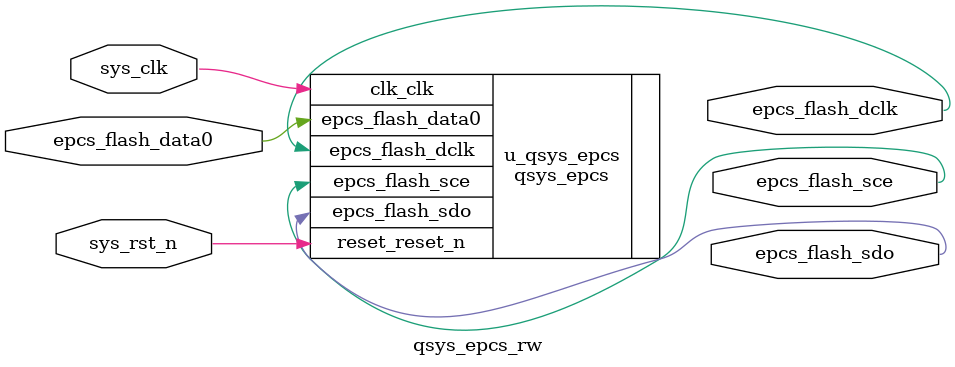
<source format=v>

module qsys_epcs_rw(
    input    sys_clk,
    input    sys_rst_n,

    //EPCS 接口
    output   epcs_flash_dclk,
    output   epcs_flash_sce,
    output   epcs_flash_sdo,
    input    epcs_flash_data0
);

//*****************************************************
//**                    main code
//*****************************************************

//例化Qsys系统
qsys_epcs u_qsys_epcs(
    .clk_clk          (sys_clk         ),     // 驱动时钟
    .reset_reset_n    (sys_rst_n       ),     // 复位信号（低有效）
    
    .epcs_flash_dclk  (epcs_flash_dclk ),     // 时钟
    .epcs_flash_sce   (epcs_flash_sce  ),     // 片选信号
    .epcs_flash_sdo   (epcs_flash_sdo  ),     // 数据输出
    .epcs_flash_data0 (epcs_flash_data0)      // 数据输入
);

endmodule 
</source>
